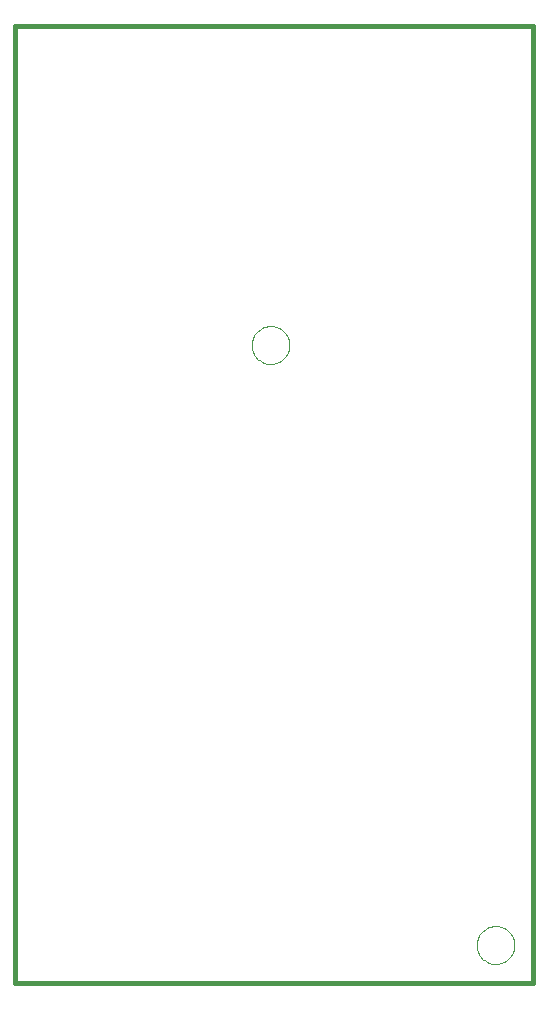
<source format=gbo>
G75*
%MOIN*%
%OFA0B0*%
%FSLAX24Y24*%
%IPPOS*%
%LPD*%
%AMOC8*
5,1,8,0,0,1.08239X$1,22.5*
%
%ADD10C,0.0160*%
%ADD11C,0.0000*%
D10*
X001330Y000595D02*
X001330Y032466D01*
X018575Y032466D01*
X018575Y000595D01*
X001330Y000595D01*
D11*
X009200Y021845D02*
X009202Y021895D01*
X009208Y021945D01*
X009218Y021994D01*
X009232Y022042D01*
X009249Y022089D01*
X009270Y022134D01*
X009295Y022178D01*
X009323Y022219D01*
X009355Y022258D01*
X009389Y022295D01*
X009426Y022329D01*
X009466Y022359D01*
X009508Y022386D01*
X009552Y022410D01*
X009598Y022431D01*
X009645Y022447D01*
X009693Y022460D01*
X009743Y022469D01*
X009792Y022474D01*
X009843Y022475D01*
X009893Y022472D01*
X009942Y022465D01*
X009991Y022454D01*
X010039Y022439D01*
X010085Y022421D01*
X010130Y022399D01*
X010173Y022373D01*
X010214Y022344D01*
X010253Y022312D01*
X010289Y022277D01*
X010321Y022239D01*
X010351Y022199D01*
X010378Y022156D01*
X010401Y022112D01*
X010420Y022066D01*
X010436Y022018D01*
X010448Y021969D01*
X010456Y021920D01*
X010460Y021870D01*
X010460Y021820D01*
X010456Y021770D01*
X010448Y021721D01*
X010436Y021672D01*
X010420Y021624D01*
X010401Y021578D01*
X010378Y021534D01*
X010351Y021491D01*
X010321Y021451D01*
X010289Y021413D01*
X010253Y021378D01*
X010214Y021346D01*
X010173Y021317D01*
X010130Y021291D01*
X010085Y021269D01*
X010039Y021251D01*
X009991Y021236D01*
X009942Y021225D01*
X009893Y021218D01*
X009843Y021215D01*
X009792Y021216D01*
X009743Y021221D01*
X009693Y021230D01*
X009645Y021243D01*
X009598Y021259D01*
X009552Y021280D01*
X009508Y021304D01*
X009466Y021331D01*
X009426Y021361D01*
X009389Y021395D01*
X009355Y021432D01*
X009323Y021471D01*
X009295Y021512D01*
X009270Y021556D01*
X009249Y021601D01*
X009232Y021648D01*
X009218Y021696D01*
X009208Y021745D01*
X009202Y021795D01*
X009200Y021845D01*
X016700Y001845D02*
X016702Y001895D01*
X016708Y001945D01*
X016718Y001994D01*
X016732Y002042D01*
X016749Y002089D01*
X016770Y002134D01*
X016795Y002178D01*
X016823Y002219D01*
X016855Y002258D01*
X016889Y002295D01*
X016926Y002329D01*
X016966Y002359D01*
X017008Y002386D01*
X017052Y002410D01*
X017098Y002431D01*
X017145Y002447D01*
X017193Y002460D01*
X017243Y002469D01*
X017292Y002474D01*
X017343Y002475D01*
X017393Y002472D01*
X017442Y002465D01*
X017491Y002454D01*
X017539Y002439D01*
X017585Y002421D01*
X017630Y002399D01*
X017673Y002373D01*
X017714Y002344D01*
X017753Y002312D01*
X017789Y002277D01*
X017821Y002239D01*
X017851Y002199D01*
X017878Y002156D01*
X017901Y002112D01*
X017920Y002066D01*
X017936Y002018D01*
X017948Y001969D01*
X017956Y001920D01*
X017960Y001870D01*
X017960Y001820D01*
X017956Y001770D01*
X017948Y001721D01*
X017936Y001672D01*
X017920Y001624D01*
X017901Y001578D01*
X017878Y001534D01*
X017851Y001491D01*
X017821Y001451D01*
X017789Y001413D01*
X017753Y001378D01*
X017714Y001346D01*
X017673Y001317D01*
X017630Y001291D01*
X017585Y001269D01*
X017539Y001251D01*
X017491Y001236D01*
X017442Y001225D01*
X017393Y001218D01*
X017343Y001215D01*
X017292Y001216D01*
X017243Y001221D01*
X017193Y001230D01*
X017145Y001243D01*
X017098Y001259D01*
X017052Y001280D01*
X017008Y001304D01*
X016966Y001331D01*
X016926Y001361D01*
X016889Y001395D01*
X016855Y001432D01*
X016823Y001471D01*
X016795Y001512D01*
X016770Y001556D01*
X016749Y001601D01*
X016732Y001648D01*
X016718Y001696D01*
X016708Y001745D01*
X016702Y001795D01*
X016700Y001845D01*
M02*

</source>
